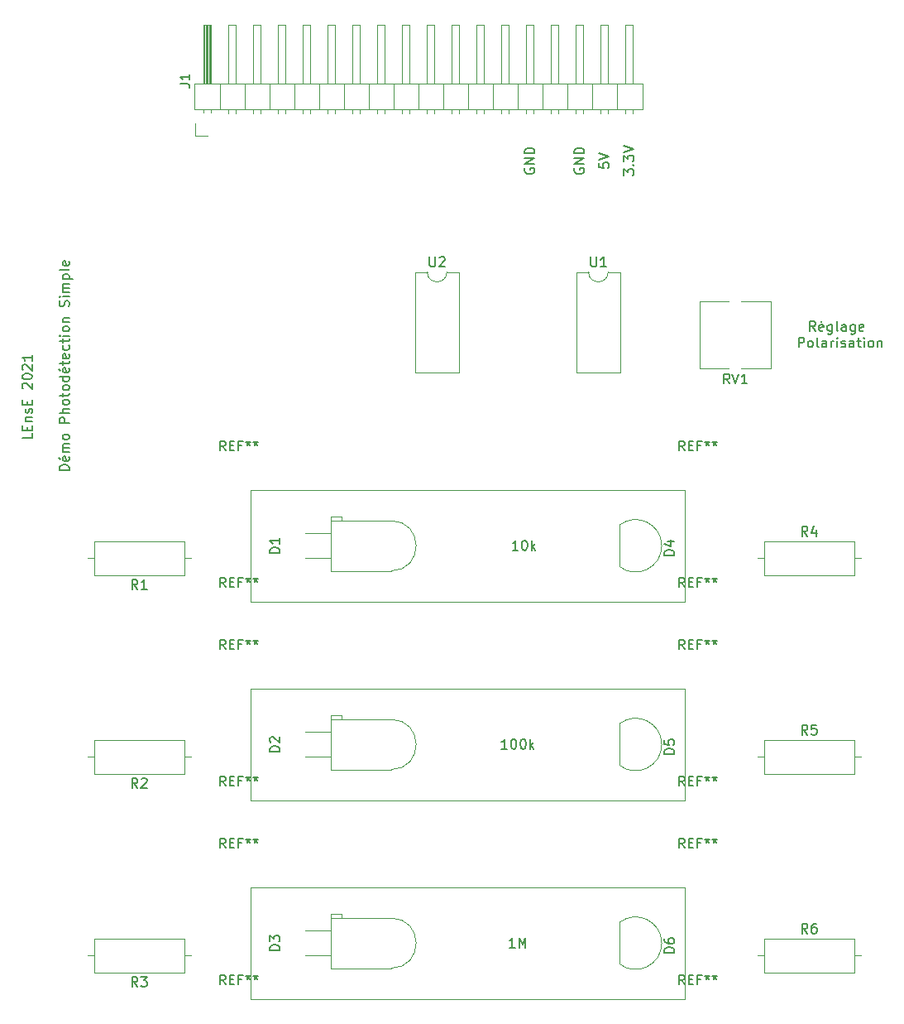
<source format=gbr>
%TF.GenerationSoftware,KiCad,Pcbnew,(5.1.6)-1*%
%TF.CreationDate,2021-03-26T11:01:25+01:00*%
%TF.ProjectId,carte_PhotodectionSimple,63617274-655f-4506-986f-746f64656374,rev?*%
%TF.SameCoordinates,Original*%
%TF.FileFunction,Legend,Top*%
%TF.FilePolarity,Positive*%
%FSLAX46Y46*%
G04 Gerber Fmt 4.6, Leading zero omitted, Abs format (unit mm)*
G04 Created by KiCad (PCBNEW (5.1.6)-1) date 2021-03-26 11:01:25*
%MOMM*%
%LPD*%
G01*
G04 APERTURE LIST*
%ADD10C,0.150000*%
%ADD11C,0.120000*%
G04 APERTURE END LIST*
D10*
X246372380Y-67572380D02*
X246039047Y-67096190D01*
X245800952Y-67572380D02*
X245800952Y-66572380D01*
X246181904Y-66572380D01*
X246277142Y-66620000D01*
X246324761Y-66667619D01*
X246372380Y-66762857D01*
X246372380Y-66905714D01*
X246324761Y-67000952D01*
X246277142Y-67048571D01*
X246181904Y-67096190D01*
X245800952Y-67096190D01*
X247181904Y-67524761D02*
X247086666Y-67572380D01*
X246896190Y-67572380D01*
X246800952Y-67524761D01*
X246753333Y-67429523D01*
X246753333Y-67048571D01*
X246800952Y-66953333D01*
X246896190Y-66905714D01*
X247086666Y-66905714D01*
X247181904Y-66953333D01*
X247229523Y-67048571D01*
X247229523Y-67143809D01*
X246753333Y-67239047D01*
X247086666Y-66524761D02*
X246943809Y-66667619D01*
X248086666Y-66905714D02*
X248086666Y-67715238D01*
X248039047Y-67810476D01*
X247991428Y-67858095D01*
X247896190Y-67905714D01*
X247753333Y-67905714D01*
X247658095Y-67858095D01*
X248086666Y-67524761D02*
X247991428Y-67572380D01*
X247800952Y-67572380D01*
X247705714Y-67524761D01*
X247658095Y-67477142D01*
X247610476Y-67381904D01*
X247610476Y-67096190D01*
X247658095Y-67000952D01*
X247705714Y-66953333D01*
X247800952Y-66905714D01*
X247991428Y-66905714D01*
X248086666Y-66953333D01*
X248705714Y-67572380D02*
X248610476Y-67524761D01*
X248562857Y-67429523D01*
X248562857Y-66572380D01*
X249515238Y-67572380D02*
X249515238Y-67048571D01*
X249467619Y-66953333D01*
X249372380Y-66905714D01*
X249181904Y-66905714D01*
X249086666Y-66953333D01*
X249515238Y-67524761D02*
X249420000Y-67572380D01*
X249181904Y-67572380D01*
X249086666Y-67524761D01*
X249039047Y-67429523D01*
X249039047Y-67334285D01*
X249086666Y-67239047D01*
X249181904Y-67191428D01*
X249420000Y-67191428D01*
X249515238Y-67143809D01*
X250420000Y-66905714D02*
X250420000Y-67715238D01*
X250372380Y-67810476D01*
X250324761Y-67858095D01*
X250229523Y-67905714D01*
X250086666Y-67905714D01*
X249991428Y-67858095D01*
X250420000Y-67524761D02*
X250324761Y-67572380D01*
X250134285Y-67572380D01*
X250039047Y-67524761D01*
X249991428Y-67477142D01*
X249943809Y-67381904D01*
X249943809Y-67096190D01*
X249991428Y-67000952D01*
X250039047Y-66953333D01*
X250134285Y-66905714D01*
X250324761Y-66905714D01*
X250420000Y-66953333D01*
X251277142Y-67524761D02*
X251181904Y-67572380D01*
X250991428Y-67572380D01*
X250896190Y-67524761D01*
X250848571Y-67429523D01*
X250848571Y-67048571D01*
X250896190Y-66953333D01*
X250991428Y-66905714D01*
X251181904Y-66905714D01*
X251277142Y-66953333D01*
X251324761Y-67048571D01*
X251324761Y-67143809D01*
X250848571Y-67239047D01*
X244658095Y-69222380D02*
X244658095Y-68222380D01*
X245039047Y-68222380D01*
X245134285Y-68270000D01*
X245181904Y-68317619D01*
X245229523Y-68412857D01*
X245229523Y-68555714D01*
X245181904Y-68650952D01*
X245134285Y-68698571D01*
X245039047Y-68746190D01*
X244658095Y-68746190D01*
X245800952Y-69222380D02*
X245705714Y-69174761D01*
X245658095Y-69127142D01*
X245610476Y-69031904D01*
X245610476Y-68746190D01*
X245658095Y-68650952D01*
X245705714Y-68603333D01*
X245800952Y-68555714D01*
X245943809Y-68555714D01*
X246039047Y-68603333D01*
X246086666Y-68650952D01*
X246134285Y-68746190D01*
X246134285Y-69031904D01*
X246086666Y-69127142D01*
X246039047Y-69174761D01*
X245943809Y-69222380D01*
X245800952Y-69222380D01*
X246705714Y-69222380D02*
X246610476Y-69174761D01*
X246562857Y-69079523D01*
X246562857Y-68222380D01*
X247515238Y-69222380D02*
X247515238Y-68698571D01*
X247467619Y-68603333D01*
X247372380Y-68555714D01*
X247181904Y-68555714D01*
X247086666Y-68603333D01*
X247515238Y-69174761D02*
X247420000Y-69222380D01*
X247181904Y-69222380D01*
X247086666Y-69174761D01*
X247039047Y-69079523D01*
X247039047Y-68984285D01*
X247086666Y-68889047D01*
X247181904Y-68841428D01*
X247420000Y-68841428D01*
X247515238Y-68793809D01*
X247991428Y-69222380D02*
X247991428Y-68555714D01*
X247991428Y-68746190D02*
X248039047Y-68650952D01*
X248086666Y-68603333D01*
X248181904Y-68555714D01*
X248277142Y-68555714D01*
X248610476Y-69222380D02*
X248610476Y-68555714D01*
X248610476Y-68222380D02*
X248562857Y-68270000D01*
X248610476Y-68317619D01*
X248658095Y-68270000D01*
X248610476Y-68222380D01*
X248610476Y-68317619D01*
X249039047Y-69174761D02*
X249134285Y-69222380D01*
X249324761Y-69222380D01*
X249420000Y-69174761D01*
X249467619Y-69079523D01*
X249467619Y-69031904D01*
X249420000Y-68936666D01*
X249324761Y-68889047D01*
X249181904Y-68889047D01*
X249086666Y-68841428D01*
X249039047Y-68746190D01*
X249039047Y-68698571D01*
X249086666Y-68603333D01*
X249181904Y-68555714D01*
X249324761Y-68555714D01*
X249420000Y-68603333D01*
X250324761Y-69222380D02*
X250324761Y-68698571D01*
X250277142Y-68603333D01*
X250181904Y-68555714D01*
X249991428Y-68555714D01*
X249896190Y-68603333D01*
X250324761Y-69174761D02*
X250229523Y-69222380D01*
X249991428Y-69222380D01*
X249896190Y-69174761D01*
X249848571Y-69079523D01*
X249848571Y-68984285D01*
X249896190Y-68889047D01*
X249991428Y-68841428D01*
X250229523Y-68841428D01*
X250324761Y-68793809D01*
X250658095Y-68555714D02*
X251039047Y-68555714D01*
X250800952Y-68222380D02*
X250800952Y-69079523D01*
X250848571Y-69174761D01*
X250943809Y-69222380D01*
X251039047Y-69222380D01*
X251372380Y-69222380D02*
X251372380Y-68555714D01*
X251372380Y-68222380D02*
X251324761Y-68270000D01*
X251372380Y-68317619D01*
X251420000Y-68270000D01*
X251372380Y-68222380D01*
X251372380Y-68317619D01*
X251991428Y-69222380D02*
X251896190Y-69174761D01*
X251848571Y-69127142D01*
X251800952Y-69031904D01*
X251800952Y-68746190D01*
X251848571Y-68650952D01*
X251896190Y-68603333D01*
X251991428Y-68555714D01*
X252134285Y-68555714D01*
X252229523Y-68603333D01*
X252277142Y-68650952D01*
X252324761Y-68746190D01*
X252324761Y-69031904D01*
X252277142Y-69127142D01*
X252229523Y-69174761D01*
X252134285Y-69222380D01*
X251991428Y-69222380D01*
X252753333Y-68555714D02*
X252753333Y-69222380D01*
X252753333Y-68650952D02*
X252800952Y-68603333D01*
X252896190Y-68555714D01*
X253039047Y-68555714D01*
X253134285Y-68603333D01*
X253181904Y-68698571D01*
X253181904Y-69222380D01*
X169997380Y-81810476D02*
X168997380Y-81810476D01*
X168997380Y-81572380D01*
X169045000Y-81429523D01*
X169140238Y-81334285D01*
X169235476Y-81286666D01*
X169425952Y-81239047D01*
X169568809Y-81239047D01*
X169759285Y-81286666D01*
X169854523Y-81334285D01*
X169949761Y-81429523D01*
X169997380Y-81572380D01*
X169997380Y-81810476D01*
X169949761Y-80429523D02*
X169997380Y-80524761D01*
X169997380Y-80715238D01*
X169949761Y-80810476D01*
X169854523Y-80858095D01*
X169473571Y-80858095D01*
X169378333Y-80810476D01*
X169330714Y-80715238D01*
X169330714Y-80524761D01*
X169378333Y-80429523D01*
X169473571Y-80381904D01*
X169568809Y-80381904D01*
X169664047Y-80858095D01*
X168949761Y-80524761D02*
X169092619Y-80667619D01*
X169997380Y-79953333D02*
X169330714Y-79953333D01*
X169425952Y-79953333D02*
X169378333Y-79905714D01*
X169330714Y-79810476D01*
X169330714Y-79667619D01*
X169378333Y-79572380D01*
X169473571Y-79524761D01*
X169997380Y-79524761D01*
X169473571Y-79524761D02*
X169378333Y-79477142D01*
X169330714Y-79381904D01*
X169330714Y-79239047D01*
X169378333Y-79143809D01*
X169473571Y-79096190D01*
X169997380Y-79096190D01*
X169997380Y-78477142D02*
X169949761Y-78572380D01*
X169902142Y-78620000D01*
X169806904Y-78667619D01*
X169521190Y-78667619D01*
X169425952Y-78620000D01*
X169378333Y-78572380D01*
X169330714Y-78477142D01*
X169330714Y-78334285D01*
X169378333Y-78239047D01*
X169425952Y-78191428D01*
X169521190Y-78143809D01*
X169806904Y-78143809D01*
X169902142Y-78191428D01*
X169949761Y-78239047D01*
X169997380Y-78334285D01*
X169997380Y-78477142D01*
X169997380Y-76953333D02*
X168997380Y-76953333D01*
X168997380Y-76572380D01*
X169045000Y-76477142D01*
X169092619Y-76429523D01*
X169187857Y-76381904D01*
X169330714Y-76381904D01*
X169425952Y-76429523D01*
X169473571Y-76477142D01*
X169521190Y-76572380D01*
X169521190Y-76953333D01*
X169997380Y-75953333D02*
X168997380Y-75953333D01*
X169997380Y-75524761D02*
X169473571Y-75524761D01*
X169378333Y-75572380D01*
X169330714Y-75667619D01*
X169330714Y-75810476D01*
X169378333Y-75905714D01*
X169425952Y-75953333D01*
X169997380Y-74905714D02*
X169949761Y-75000952D01*
X169902142Y-75048571D01*
X169806904Y-75096190D01*
X169521190Y-75096190D01*
X169425952Y-75048571D01*
X169378333Y-75000952D01*
X169330714Y-74905714D01*
X169330714Y-74762857D01*
X169378333Y-74667619D01*
X169425952Y-74620000D01*
X169521190Y-74572380D01*
X169806904Y-74572380D01*
X169902142Y-74620000D01*
X169949761Y-74667619D01*
X169997380Y-74762857D01*
X169997380Y-74905714D01*
X169330714Y-74286666D02*
X169330714Y-73905714D01*
X168997380Y-74143809D02*
X169854523Y-74143809D01*
X169949761Y-74096190D01*
X169997380Y-74000952D01*
X169997380Y-73905714D01*
X169997380Y-73429523D02*
X169949761Y-73524761D01*
X169902142Y-73572380D01*
X169806904Y-73620000D01*
X169521190Y-73620000D01*
X169425952Y-73572380D01*
X169378333Y-73524761D01*
X169330714Y-73429523D01*
X169330714Y-73286666D01*
X169378333Y-73191428D01*
X169425952Y-73143809D01*
X169521190Y-73096190D01*
X169806904Y-73096190D01*
X169902142Y-73143809D01*
X169949761Y-73191428D01*
X169997380Y-73286666D01*
X169997380Y-73429523D01*
X169997380Y-72239047D02*
X168997380Y-72239047D01*
X169949761Y-72239047D02*
X169997380Y-72334285D01*
X169997380Y-72524761D01*
X169949761Y-72620000D01*
X169902142Y-72667619D01*
X169806904Y-72715238D01*
X169521190Y-72715238D01*
X169425952Y-72667619D01*
X169378333Y-72620000D01*
X169330714Y-72524761D01*
X169330714Y-72334285D01*
X169378333Y-72239047D01*
X169949761Y-71381904D02*
X169997380Y-71477142D01*
X169997380Y-71667619D01*
X169949761Y-71762857D01*
X169854523Y-71810476D01*
X169473571Y-71810476D01*
X169378333Y-71762857D01*
X169330714Y-71667619D01*
X169330714Y-71477142D01*
X169378333Y-71381904D01*
X169473571Y-71334285D01*
X169568809Y-71334285D01*
X169664047Y-71810476D01*
X168949761Y-71477142D02*
X169092619Y-71620000D01*
X169330714Y-71048571D02*
X169330714Y-70667619D01*
X168997380Y-70905714D02*
X169854523Y-70905714D01*
X169949761Y-70858095D01*
X169997380Y-70762857D01*
X169997380Y-70667619D01*
X169949761Y-69953333D02*
X169997380Y-70048571D01*
X169997380Y-70239047D01*
X169949761Y-70334285D01*
X169854523Y-70381904D01*
X169473571Y-70381904D01*
X169378333Y-70334285D01*
X169330714Y-70239047D01*
X169330714Y-70048571D01*
X169378333Y-69953333D01*
X169473571Y-69905714D01*
X169568809Y-69905714D01*
X169664047Y-70381904D01*
X169949761Y-69048571D02*
X169997380Y-69143809D01*
X169997380Y-69334285D01*
X169949761Y-69429523D01*
X169902142Y-69477142D01*
X169806904Y-69524761D01*
X169521190Y-69524761D01*
X169425952Y-69477142D01*
X169378333Y-69429523D01*
X169330714Y-69334285D01*
X169330714Y-69143809D01*
X169378333Y-69048571D01*
X169330714Y-68762857D02*
X169330714Y-68381904D01*
X168997380Y-68620000D02*
X169854523Y-68620000D01*
X169949761Y-68572380D01*
X169997380Y-68477142D01*
X169997380Y-68381904D01*
X169997380Y-68048571D02*
X169330714Y-68048571D01*
X168997380Y-68048571D02*
X169045000Y-68096190D01*
X169092619Y-68048571D01*
X169045000Y-68000952D01*
X168997380Y-68048571D01*
X169092619Y-68048571D01*
X169997380Y-67429523D02*
X169949761Y-67524761D01*
X169902142Y-67572380D01*
X169806904Y-67620000D01*
X169521190Y-67620000D01*
X169425952Y-67572380D01*
X169378333Y-67524761D01*
X169330714Y-67429523D01*
X169330714Y-67286666D01*
X169378333Y-67191428D01*
X169425952Y-67143809D01*
X169521190Y-67096190D01*
X169806904Y-67096190D01*
X169902142Y-67143809D01*
X169949761Y-67191428D01*
X169997380Y-67286666D01*
X169997380Y-67429523D01*
X169330714Y-66667619D02*
X169997380Y-66667619D01*
X169425952Y-66667619D02*
X169378333Y-66620000D01*
X169330714Y-66524761D01*
X169330714Y-66381904D01*
X169378333Y-66286666D01*
X169473571Y-66239047D01*
X169997380Y-66239047D01*
X169949761Y-65048571D02*
X169997380Y-64905714D01*
X169997380Y-64667619D01*
X169949761Y-64572380D01*
X169902142Y-64524761D01*
X169806904Y-64477142D01*
X169711666Y-64477142D01*
X169616428Y-64524761D01*
X169568809Y-64572380D01*
X169521190Y-64667619D01*
X169473571Y-64858095D01*
X169425952Y-64953333D01*
X169378333Y-65000952D01*
X169283095Y-65048571D01*
X169187857Y-65048571D01*
X169092619Y-65000952D01*
X169045000Y-64953333D01*
X168997380Y-64858095D01*
X168997380Y-64620000D01*
X169045000Y-64477142D01*
X169997380Y-64048571D02*
X169330714Y-64048571D01*
X168997380Y-64048571D02*
X169045000Y-64096190D01*
X169092619Y-64048571D01*
X169045000Y-64000952D01*
X168997380Y-64048571D01*
X169092619Y-64048571D01*
X169997380Y-63572380D02*
X169330714Y-63572380D01*
X169425952Y-63572380D02*
X169378333Y-63524761D01*
X169330714Y-63429523D01*
X169330714Y-63286666D01*
X169378333Y-63191428D01*
X169473571Y-63143809D01*
X169997380Y-63143809D01*
X169473571Y-63143809D02*
X169378333Y-63096190D01*
X169330714Y-63000952D01*
X169330714Y-62858095D01*
X169378333Y-62762857D01*
X169473571Y-62715238D01*
X169997380Y-62715238D01*
X169330714Y-62239047D02*
X170330714Y-62239047D01*
X169378333Y-62239047D02*
X169330714Y-62143809D01*
X169330714Y-61953333D01*
X169378333Y-61858095D01*
X169425952Y-61810476D01*
X169521190Y-61762857D01*
X169806904Y-61762857D01*
X169902142Y-61810476D01*
X169949761Y-61858095D01*
X169997380Y-61953333D01*
X169997380Y-62143809D01*
X169949761Y-62239047D01*
X169997380Y-61191428D02*
X169949761Y-61286666D01*
X169854523Y-61334285D01*
X168997380Y-61334285D01*
X169949761Y-60429523D02*
X169997380Y-60524761D01*
X169997380Y-60715238D01*
X169949761Y-60810476D01*
X169854523Y-60858095D01*
X169473571Y-60858095D01*
X169378333Y-60810476D01*
X169330714Y-60715238D01*
X169330714Y-60524761D01*
X169378333Y-60429523D01*
X169473571Y-60381904D01*
X169568809Y-60381904D01*
X169664047Y-60858095D01*
X166187380Y-78033095D02*
X166187380Y-78509285D01*
X165187380Y-78509285D01*
X165663571Y-77699761D02*
X165663571Y-77366428D01*
X166187380Y-77223571D02*
X166187380Y-77699761D01*
X165187380Y-77699761D01*
X165187380Y-77223571D01*
X165520714Y-76795000D02*
X166187380Y-76795000D01*
X165615952Y-76795000D02*
X165568333Y-76747380D01*
X165520714Y-76652142D01*
X165520714Y-76509285D01*
X165568333Y-76414047D01*
X165663571Y-76366428D01*
X166187380Y-76366428D01*
X166139761Y-75937857D02*
X166187380Y-75842619D01*
X166187380Y-75652142D01*
X166139761Y-75556904D01*
X166044523Y-75509285D01*
X165996904Y-75509285D01*
X165901666Y-75556904D01*
X165854047Y-75652142D01*
X165854047Y-75795000D01*
X165806428Y-75890238D01*
X165711190Y-75937857D01*
X165663571Y-75937857D01*
X165568333Y-75890238D01*
X165520714Y-75795000D01*
X165520714Y-75652142D01*
X165568333Y-75556904D01*
X165663571Y-75080714D02*
X165663571Y-74747380D01*
X166187380Y-74604523D02*
X166187380Y-75080714D01*
X165187380Y-75080714D01*
X165187380Y-74604523D01*
X165282619Y-73461666D02*
X165235000Y-73414047D01*
X165187380Y-73318809D01*
X165187380Y-73080714D01*
X165235000Y-72985476D01*
X165282619Y-72937857D01*
X165377857Y-72890238D01*
X165473095Y-72890238D01*
X165615952Y-72937857D01*
X166187380Y-73509285D01*
X166187380Y-72890238D01*
X165187380Y-72271190D02*
X165187380Y-72175952D01*
X165235000Y-72080714D01*
X165282619Y-72033095D01*
X165377857Y-71985476D01*
X165568333Y-71937857D01*
X165806428Y-71937857D01*
X165996904Y-71985476D01*
X166092142Y-72033095D01*
X166139761Y-72080714D01*
X166187380Y-72175952D01*
X166187380Y-72271190D01*
X166139761Y-72366428D01*
X166092142Y-72414047D01*
X165996904Y-72461666D01*
X165806428Y-72509285D01*
X165568333Y-72509285D01*
X165377857Y-72461666D01*
X165282619Y-72414047D01*
X165235000Y-72366428D01*
X165187380Y-72271190D01*
X165282619Y-71556904D02*
X165235000Y-71509285D01*
X165187380Y-71414047D01*
X165187380Y-71175952D01*
X165235000Y-71080714D01*
X165282619Y-71033095D01*
X165377857Y-70985476D01*
X165473095Y-70985476D01*
X165615952Y-71033095D01*
X166187380Y-71604523D01*
X166187380Y-70985476D01*
X166187380Y-70033095D02*
X166187380Y-70604523D01*
X166187380Y-70318809D02*
X165187380Y-70318809D01*
X165330238Y-70414047D01*
X165425476Y-70509285D01*
X165473095Y-70604523D01*
X215614285Y-130627380D02*
X215042857Y-130627380D01*
X215328571Y-130627380D02*
X215328571Y-129627380D01*
X215233333Y-129770238D01*
X215138095Y-129865476D01*
X215042857Y-129913095D01*
X216042857Y-130627380D02*
X216042857Y-129627380D01*
X216376190Y-130341666D01*
X216709523Y-129627380D01*
X216709523Y-130627380D01*
X214828571Y-110307380D02*
X214257142Y-110307380D01*
X214542857Y-110307380D02*
X214542857Y-109307380D01*
X214447619Y-109450238D01*
X214352380Y-109545476D01*
X214257142Y-109593095D01*
X215447619Y-109307380D02*
X215542857Y-109307380D01*
X215638095Y-109355000D01*
X215685714Y-109402619D01*
X215733333Y-109497857D01*
X215780952Y-109688333D01*
X215780952Y-109926428D01*
X215733333Y-110116904D01*
X215685714Y-110212142D01*
X215638095Y-110259761D01*
X215542857Y-110307380D01*
X215447619Y-110307380D01*
X215352380Y-110259761D01*
X215304761Y-110212142D01*
X215257142Y-110116904D01*
X215209523Y-109926428D01*
X215209523Y-109688333D01*
X215257142Y-109497857D01*
X215304761Y-109402619D01*
X215352380Y-109355000D01*
X215447619Y-109307380D01*
X216400000Y-109307380D02*
X216495238Y-109307380D01*
X216590476Y-109355000D01*
X216638095Y-109402619D01*
X216685714Y-109497857D01*
X216733333Y-109688333D01*
X216733333Y-109926428D01*
X216685714Y-110116904D01*
X216638095Y-110212142D01*
X216590476Y-110259761D01*
X216495238Y-110307380D01*
X216400000Y-110307380D01*
X216304761Y-110259761D01*
X216257142Y-110212142D01*
X216209523Y-110116904D01*
X216161904Y-109926428D01*
X216161904Y-109688333D01*
X216209523Y-109497857D01*
X216257142Y-109402619D01*
X216304761Y-109355000D01*
X216400000Y-109307380D01*
X217161904Y-110307380D02*
X217161904Y-109307380D01*
X217257142Y-109926428D02*
X217542857Y-110307380D01*
X217542857Y-109640714D02*
X217161904Y-110021666D01*
X215939761Y-89987380D02*
X215368333Y-89987380D01*
X215654047Y-89987380D02*
X215654047Y-88987380D01*
X215558809Y-89130238D01*
X215463571Y-89225476D01*
X215368333Y-89273095D01*
X216558809Y-88987380D02*
X216654047Y-88987380D01*
X216749285Y-89035000D01*
X216796904Y-89082619D01*
X216844523Y-89177857D01*
X216892142Y-89368333D01*
X216892142Y-89606428D01*
X216844523Y-89796904D01*
X216796904Y-89892142D01*
X216749285Y-89939761D01*
X216654047Y-89987380D01*
X216558809Y-89987380D01*
X216463571Y-89939761D01*
X216415952Y-89892142D01*
X216368333Y-89796904D01*
X216320714Y-89606428D01*
X216320714Y-89368333D01*
X216368333Y-89177857D01*
X216415952Y-89082619D01*
X216463571Y-89035000D01*
X216558809Y-88987380D01*
X217320714Y-89987380D02*
X217320714Y-88987380D01*
X217415952Y-89606428D02*
X217701666Y-89987380D01*
X217701666Y-89320714D02*
X217320714Y-89701666D01*
X221750000Y-50926904D02*
X221702380Y-51022142D01*
X221702380Y-51165000D01*
X221750000Y-51307857D01*
X221845238Y-51403095D01*
X221940476Y-51450714D01*
X222130952Y-51498333D01*
X222273809Y-51498333D01*
X222464285Y-51450714D01*
X222559523Y-51403095D01*
X222654761Y-51307857D01*
X222702380Y-51165000D01*
X222702380Y-51069761D01*
X222654761Y-50926904D01*
X222607142Y-50879285D01*
X222273809Y-50879285D01*
X222273809Y-51069761D01*
X222702380Y-50450714D02*
X221702380Y-50450714D01*
X222702380Y-49879285D01*
X221702380Y-49879285D01*
X222702380Y-49403095D02*
X221702380Y-49403095D01*
X221702380Y-49165000D01*
X221750000Y-49022142D01*
X221845238Y-48926904D01*
X221940476Y-48879285D01*
X222130952Y-48831666D01*
X222273809Y-48831666D01*
X222464285Y-48879285D01*
X222559523Y-48926904D01*
X222654761Y-49022142D01*
X222702380Y-49165000D01*
X222702380Y-49403095D01*
X216670000Y-50926904D02*
X216622380Y-51022142D01*
X216622380Y-51165000D01*
X216670000Y-51307857D01*
X216765238Y-51403095D01*
X216860476Y-51450714D01*
X217050952Y-51498333D01*
X217193809Y-51498333D01*
X217384285Y-51450714D01*
X217479523Y-51403095D01*
X217574761Y-51307857D01*
X217622380Y-51165000D01*
X217622380Y-51069761D01*
X217574761Y-50926904D01*
X217527142Y-50879285D01*
X217193809Y-50879285D01*
X217193809Y-51069761D01*
X217622380Y-50450714D02*
X216622380Y-50450714D01*
X217622380Y-49879285D01*
X216622380Y-49879285D01*
X217622380Y-49403095D02*
X216622380Y-49403095D01*
X216622380Y-49165000D01*
X216670000Y-49022142D01*
X216765238Y-48926904D01*
X216860476Y-48879285D01*
X217050952Y-48831666D01*
X217193809Y-48831666D01*
X217384285Y-48879285D01*
X217479523Y-48926904D01*
X217574761Y-49022142D01*
X217622380Y-49165000D01*
X217622380Y-49403095D01*
X224242380Y-50355476D02*
X224242380Y-50831666D01*
X224718571Y-50879285D01*
X224670952Y-50831666D01*
X224623333Y-50736428D01*
X224623333Y-50498333D01*
X224670952Y-50403095D01*
X224718571Y-50355476D01*
X224813809Y-50307857D01*
X225051904Y-50307857D01*
X225147142Y-50355476D01*
X225194761Y-50403095D01*
X225242380Y-50498333D01*
X225242380Y-50736428D01*
X225194761Y-50831666D01*
X225147142Y-50879285D01*
X224242380Y-50022142D02*
X225242380Y-49688809D01*
X224242380Y-49355476D01*
X226782380Y-51641190D02*
X226782380Y-51022142D01*
X227163333Y-51355476D01*
X227163333Y-51212619D01*
X227210952Y-51117380D01*
X227258571Y-51069761D01*
X227353809Y-51022142D01*
X227591904Y-51022142D01*
X227687142Y-51069761D01*
X227734761Y-51117380D01*
X227782380Y-51212619D01*
X227782380Y-51498333D01*
X227734761Y-51593571D01*
X227687142Y-51641190D01*
X227687142Y-50593571D02*
X227734761Y-50545952D01*
X227782380Y-50593571D01*
X227734761Y-50641190D01*
X227687142Y-50593571D01*
X227782380Y-50593571D01*
X226782380Y-50212619D02*
X226782380Y-49593571D01*
X227163333Y-49926904D01*
X227163333Y-49784047D01*
X227210952Y-49688809D01*
X227258571Y-49641190D01*
X227353809Y-49593571D01*
X227591904Y-49593571D01*
X227687142Y-49641190D01*
X227734761Y-49688809D01*
X227782380Y-49784047D01*
X227782380Y-50069761D01*
X227734761Y-50165000D01*
X227687142Y-50212619D01*
X226782380Y-49307857D02*
X227782380Y-48974523D01*
X226782380Y-48641190D01*
D11*
X233045000Y-95250000D02*
X233045000Y-83820000D01*
X233045000Y-83820000D02*
X188595000Y-83820000D01*
X188595000Y-83820000D02*
X188595000Y-95250000D01*
X188595000Y-95250000D02*
X233045000Y-95250000D01*
X233045000Y-135890000D02*
X233045000Y-124460000D01*
X233045000Y-124460000D02*
X188595000Y-124460000D01*
X188595000Y-124460000D02*
X188595000Y-135890000D01*
X188595000Y-135890000D02*
X233045000Y-135890000D01*
X233045000Y-104140000D02*
X188595000Y-104140000D01*
X233045000Y-115570000D02*
X233045000Y-104140000D01*
X188595000Y-115570000D02*
X233045000Y-115570000D01*
X188595000Y-104140000D02*
X188595000Y-115570000D01*
%TO.C,J1*%
X182820000Y-44915000D02*
X228660000Y-44915000D01*
X228660000Y-44915000D02*
X228660000Y-42255000D01*
X228660000Y-42255000D02*
X182820000Y-42255000D01*
X182820000Y-42255000D02*
X182820000Y-44915000D01*
X183770000Y-42255000D02*
X183770000Y-36255000D01*
X183770000Y-36255000D02*
X184530000Y-36255000D01*
X184530000Y-36255000D02*
X184530000Y-42255000D01*
X183830000Y-42255000D02*
X183830000Y-36255000D01*
X183950000Y-42255000D02*
X183950000Y-36255000D01*
X184070000Y-42255000D02*
X184070000Y-36255000D01*
X184190000Y-42255000D02*
X184190000Y-36255000D01*
X184310000Y-42255000D02*
X184310000Y-36255000D01*
X184430000Y-42255000D02*
X184430000Y-36255000D01*
X183770000Y-45245000D02*
X183770000Y-44915000D01*
X184530000Y-45245000D02*
X184530000Y-44915000D01*
X185420000Y-44915000D02*
X185420000Y-42255000D01*
X186310000Y-42255000D02*
X186310000Y-36255000D01*
X186310000Y-36255000D02*
X187070000Y-36255000D01*
X187070000Y-36255000D02*
X187070000Y-42255000D01*
X186310000Y-45312071D02*
X186310000Y-44915000D01*
X187070000Y-45312071D02*
X187070000Y-44915000D01*
X187960000Y-44915000D02*
X187960000Y-42255000D01*
X188850000Y-42255000D02*
X188850000Y-36255000D01*
X188850000Y-36255000D02*
X189610000Y-36255000D01*
X189610000Y-36255000D02*
X189610000Y-42255000D01*
X188850000Y-45312071D02*
X188850000Y-44915000D01*
X189610000Y-45312071D02*
X189610000Y-44915000D01*
X190500000Y-44915000D02*
X190500000Y-42255000D01*
X191390000Y-42255000D02*
X191390000Y-36255000D01*
X191390000Y-36255000D02*
X192150000Y-36255000D01*
X192150000Y-36255000D02*
X192150000Y-42255000D01*
X191390000Y-45312071D02*
X191390000Y-44915000D01*
X192150000Y-45312071D02*
X192150000Y-44915000D01*
X193040000Y-44915000D02*
X193040000Y-42255000D01*
X193930000Y-42255000D02*
X193930000Y-36255000D01*
X193930000Y-36255000D02*
X194690000Y-36255000D01*
X194690000Y-36255000D02*
X194690000Y-42255000D01*
X193930000Y-45312071D02*
X193930000Y-44915000D01*
X194690000Y-45312071D02*
X194690000Y-44915000D01*
X195580000Y-44915000D02*
X195580000Y-42255000D01*
X196470000Y-42255000D02*
X196470000Y-36255000D01*
X196470000Y-36255000D02*
X197230000Y-36255000D01*
X197230000Y-36255000D02*
X197230000Y-42255000D01*
X196470000Y-45312071D02*
X196470000Y-44915000D01*
X197230000Y-45312071D02*
X197230000Y-44915000D01*
X198120000Y-44915000D02*
X198120000Y-42255000D01*
X199010000Y-42255000D02*
X199010000Y-36255000D01*
X199010000Y-36255000D02*
X199770000Y-36255000D01*
X199770000Y-36255000D02*
X199770000Y-42255000D01*
X199010000Y-45312071D02*
X199010000Y-44915000D01*
X199770000Y-45312071D02*
X199770000Y-44915000D01*
X200660000Y-44915000D02*
X200660000Y-42255000D01*
X201550000Y-42255000D02*
X201550000Y-36255000D01*
X201550000Y-36255000D02*
X202310000Y-36255000D01*
X202310000Y-36255000D02*
X202310000Y-42255000D01*
X201550000Y-45312071D02*
X201550000Y-44915000D01*
X202310000Y-45312071D02*
X202310000Y-44915000D01*
X203200000Y-44915000D02*
X203200000Y-42255000D01*
X204090000Y-42255000D02*
X204090000Y-36255000D01*
X204090000Y-36255000D02*
X204850000Y-36255000D01*
X204850000Y-36255000D02*
X204850000Y-42255000D01*
X204090000Y-45312071D02*
X204090000Y-44915000D01*
X204850000Y-45312071D02*
X204850000Y-44915000D01*
X205740000Y-44915000D02*
X205740000Y-42255000D01*
X206630000Y-42255000D02*
X206630000Y-36255000D01*
X206630000Y-36255000D02*
X207390000Y-36255000D01*
X207390000Y-36255000D02*
X207390000Y-42255000D01*
X206630000Y-45312071D02*
X206630000Y-44915000D01*
X207390000Y-45312071D02*
X207390000Y-44915000D01*
X208280000Y-44915000D02*
X208280000Y-42255000D01*
X209170000Y-42255000D02*
X209170000Y-36255000D01*
X209170000Y-36255000D02*
X209930000Y-36255000D01*
X209930000Y-36255000D02*
X209930000Y-42255000D01*
X209170000Y-45312071D02*
X209170000Y-44915000D01*
X209930000Y-45312071D02*
X209930000Y-44915000D01*
X210820000Y-44915000D02*
X210820000Y-42255000D01*
X211710000Y-42255000D02*
X211710000Y-36255000D01*
X211710000Y-36255000D02*
X212470000Y-36255000D01*
X212470000Y-36255000D02*
X212470000Y-42255000D01*
X211710000Y-45312071D02*
X211710000Y-44915000D01*
X212470000Y-45312071D02*
X212470000Y-44915000D01*
X213360000Y-44915000D02*
X213360000Y-42255000D01*
X214250000Y-42255000D02*
X214250000Y-36255000D01*
X214250000Y-36255000D02*
X215010000Y-36255000D01*
X215010000Y-36255000D02*
X215010000Y-42255000D01*
X214250000Y-45312071D02*
X214250000Y-44915000D01*
X215010000Y-45312071D02*
X215010000Y-44915000D01*
X215900000Y-44915000D02*
X215900000Y-42255000D01*
X216790000Y-42255000D02*
X216790000Y-36255000D01*
X216790000Y-36255000D02*
X217550000Y-36255000D01*
X217550000Y-36255000D02*
X217550000Y-42255000D01*
X216790000Y-45312071D02*
X216790000Y-44915000D01*
X217550000Y-45312071D02*
X217550000Y-44915000D01*
X218440000Y-44915000D02*
X218440000Y-42255000D01*
X219330000Y-42255000D02*
X219330000Y-36255000D01*
X219330000Y-36255000D02*
X220090000Y-36255000D01*
X220090000Y-36255000D02*
X220090000Y-42255000D01*
X219330000Y-45312071D02*
X219330000Y-44915000D01*
X220090000Y-45312071D02*
X220090000Y-44915000D01*
X220980000Y-44915000D02*
X220980000Y-42255000D01*
X221870000Y-42255000D02*
X221870000Y-36255000D01*
X221870000Y-36255000D02*
X222630000Y-36255000D01*
X222630000Y-36255000D02*
X222630000Y-42255000D01*
X221870000Y-45312071D02*
X221870000Y-44915000D01*
X222630000Y-45312071D02*
X222630000Y-44915000D01*
X223520000Y-44915000D02*
X223520000Y-42255000D01*
X224410000Y-42255000D02*
X224410000Y-36255000D01*
X224410000Y-36255000D02*
X225170000Y-36255000D01*
X225170000Y-36255000D02*
X225170000Y-42255000D01*
X224410000Y-45312071D02*
X224410000Y-44915000D01*
X225170000Y-45312071D02*
X225170000Y-44915000D01*
X226060000Y-44915000D02*
X226060000Y-42255000D01*
X226950000Y-42255000D02*
X226950000Y-36255000D01*
X226950000Y-36255000D02*
X227710000Y-36255000D01*
X227710000Y-36255000D02*
X227710000Y-42255000D01*
X226950000Y-45312071D02*
X226950000Y-44915000D01*
X227710000Y-45312071D02*
X227710000Y-44915000D01*
X184150000Y-47625000D02*
X182880000Y-47625000D01*
X182880000Y-47625000D02*
X182880000Y-46355000D01*
%TO.C,D1*%
X196790000Y-92095000D02*
X202950000Y-92095000D01*
X196790000Y-86975000D02*
X202950000Y-86975000D01*
X196790000Y-92095000D02*
X196790000Y-86975000D01*
X196790000Y-86575000D02*
X197910000Y-86575000D01*
X197910000Y-86575000D02*
X197910000Y-86975000D01*
X197910000Y-86975000D02*
X196790000Y-86975000D01*
X196790000Y-86975000D02*
X196790000Y-86575000D01*
X194120000Y-90805000D02*
X196790000Y-90805000D01*
X196790000Y-90805000D02*
X196790000Y-90805000D01*
X196790000Y-90805000D02*
X194120000Y-90805000D01*
X194120000Y-90805000D02*
X194120000Y-90805000D01*
X194120000Y-88265000D02*
X196790000Y-88265000D01*
X196790000Y-88265000D02*
X196790000Y-88265000D01*
X196790000Y-88265000D02*
X194120000Y-88265000D01*
X194120000Y-88265000D02*
X194120000Y-88265000D01*
X202950000Y-86975000D02*
G75*
G02*
X202950000Y-92095000I0J-2560000D01*
G01*
%TO.C,D2*%
X194120000Y-108585000D02*
X194120000Y-108585000D01*
X196790000Y-108585000D02*
X194120000Y-108585000D01*
X196790000Y-108585000D02*
X196790000Y-108585000D01*
X194120000Y-108585000D02*
X196790000Y-108585000D01*
X194120000Y-111125000D02*
X194120000Y-111125000D01*
X196790000Y-111125000D02*
X194120000Y-111125000D01*
X196790000Y-111125000D02*
X196790000Y-111125000D01*
X194120000Y-111125000D02*
X196790000Y-111125000D01*
X196790000Y-107295000D02*
X196790000Y-106895000D01*
X197910000Y-107295000D02*
X196790000Y-107295000D01*
X197910000Y-106895000D02*
X197910000Y-107295000D01*
X196790000Y-106895000D02*
X197910000Y-106895000D01*
X196790000Y-112415000D02*
X196790000Y-107295000D01*
X196790000Y-107295000D02*
X202950000Y-107295000D01*
X196790000Y-112415000D02*
X202950000Y-112415000D01*
X202950000Y-107295000D02*
G75*
G02*
X202950000Y-112415000I0J-2560000D01*
G01*
%TO.C,D3*%
X196790000Y-132735000D02*
X202950000Y-132735000D01*
X196790000Y-127615000D02*
X202950000Y-127615000D01*
X196790000Y-132735000D02*
X196790000Y-127615000D01*
X196790000Y-127215000D02*
X197910000Y-127215000D01*
X197910000Y-127215000D02*
X197910000Y-127615000D01*
X197910000Y-127615000D02*
X196790000Y-127615000D01*
X196790000Y-127615000D02*
X196790000Y-127215000D01*
X194120000Y-131445000D02*
X196790000Y-131445000D01*
X196790000Y-131445000D02*
X196790000Y-131445000D01*
X196790000Y-131445000D02*
X194120000Y-131445000D01*
X194120000Y-131445000D02*
X194120000Y-131445000D01*
X194120000Y-128905000D02*
X196790000Y-128905000D01*
X196790000Y-128905000D02*
X196790000Y-128905000D01*
X196790000Y-128905000D02*
X194120000Y-128905000D01*
X194120000Y-128905000D02*
X194120000Y-128905000D01*
X202950000Y-127615000D02*
G75*
G02*
X202950000Y-132735000I0J-2560000D01*
G01*
%TO.C,D4*%
X226315000Y-87415000D02*
X226315000Y-91665000D01*
X226319837Y-91658756D02*
G75*
G03*
X226315000Y-87415000I1645163J2123756D01*
G01*
%TO.C,D5*%
X226315000Y-107735000D02*
X226315000Y-111985000D01*
X226319837Y-111978756D02*
G75*
G03*
X226315000Y-107735000I1645163J2123756D01*
G01*
%TO.C,D6*%
X226315000Y-128055000D02*
X226315000Y-132305000D01*
X226319837Y-132298756D02*
G75*
G03*
X226315000Y-128055000I1645163J2123756D01*
G01*
%TO.C,R1*%
X171855000Y-90805000D02*
X172545000Y-90805000D01*
X182475000Y-90805000D02*
X181785000Y-90805000D01*
X172545000Y-92525000D02*
X181785000Y-92525000D01*
X172545000Y-89085000D02*
X172545000Y-92525000D01*
X181785000Y-89085000D02*
X172545000Y-89085000D01*
X181785000Y-92525000D02*
X181785000Y-89085000D01*
%TO.C,R2*%
X171855000Y-111125000D02*
X172545000Y-111125000D01*
X182475000Y-111125000D02*
X181785000Y-111125000D01*
X172545000Y-112845000D02*
X181785000Y-112845000D01*
X172545000Y-109405000D02*
X172545000Y-112845000D01*
X181785000Y-109405000D02*
X172545000Y-109405000D01*
X181785000Y-112845000D02*
X181785000Y-109405000D01*
%TO.C,R3*%
X171855000Y-131445000D02*
X172545000Y-131445000D01*
X182475000Y-131445000D02*
X181785000Y-131445000D01*
X172545000Y-133165000D02*
X181785000Y-133165000D01*
X172545000Y-129725000D02*
X172545000Y-133165000D01*
X181785000Y-129725000D02*
X172545000Y-129725000D01*
X181785000Y-133165000D02*
X181785000Y-129725000D01*
%TO.C,R4*%
X241125000Y-89085000D02*
X241125000Y-92525000D01*
X241125000Y-92525000D02*
X250365000Y-92525000D01*
X250365000Y-92525000D02*
X250365000Y-89085000D01*
X250365000Y-89085000D02*
X241125000Y-89085000D01*
X240435000Y-90805000D02*
X241125000Y-90805000D01*
X251055000Y-90805000D02*
X250365000Y-90805000D01*
%TO.C,R5*%
X241125000Y-109405000D02*
X241125000Y-112845000D01*
X241125000Y-112845000D02*
X250365000Y-112845000D01*
X250365000Y-112845000D02*
X250365000Y-109405000D01*
X250365000Y-109405000D02*
X241125000Y-109405000D01*
X240435000Y-111125000D02*
X241125000Y-111125000D01*
X251055000Y-111125000D02*
X250365000Y-111125000D01*
%TO.C,R6*%
X241125000Y-129725000D02*
X241125000Y-133165000D01*
X241125000Y-133165000D02*
X250365000Y-133165000D01*
X250365000Y-133165000D02*
X250365000Y-129725000D01*
X250365000Y-129725000D02*
X241125000Y-129725000D01*
X240435000Y-131445000D02*
X241125000Y-131445000D01*
X251055000Y-131445000D02*
X250365000Y-131445000D01*
%TO.C,RV1*%
X241805000Y-71365000D02*
X238775000Y-71365000D01*
X237475000Y-71365000D02*
X234565000Y-71365000D01*
X241805000Y-64525000D02*
X238775000Y-64525000D01*
X237475000Y-64525000D02*
X234565000Y-64525000D01*
X241805000Y-71365000D02*
X241805000Y-64525000D01*
X234565000Y-71365000D02*
X234565000Y-64525000D01*
%TO.C,U1*%
X226405000Y-61535000D02*
X225155000Y-61535000D01*
X226405000Y-71815000D02*
X226405000Y-61535000D01*
X221905000Y-71815000D02*
X226405000Y-71815000D01*
X221905000Y-61535000D02*
X221905000Y-71815000D01*
X223155000Y-61535000D02*
X221905000Y-61535000D01*
X225155000Y-61535000D02*
G75*
G02*
X223155000Y-61535000I-1000000J0D01*
G01*
%TO.C,U2*%
X206645000Y-61535000D02*
X205395000Y-61535000D01*
X205395000Y-61535000D02*
X205395000Y-71815000D01*
X205395000Y-71815000D02*
X209895000Y-71815000D01*
X209895000Y-71815000D02*
X209895000Y-61535000D01*
X209895000Y-61535000D02*
X208645000Y-61535000D01*
X208645000Y-61535000D02*
G75*
G02*
X206645000Y-61535000I-1000000J0D01*
G01*
%TO.C,REF\u002A\u002A*%
D10*
X185991666Y-134412380D02*
X185658333Y-133936190D01*
X185420238Y-134412380D02*
X185420238Y-133412380D01*
X185801190Y-133412380D01*
X185896428Y-133460000D01*
X185944047Y-133507619D01*
X185991666Y-133602857D01*
X185991666Y-133745714D01*
X185944047Y-133840952D01*
X185896428Y-133888571D01*
X185801190Y-133936190D01*
X185420238Y-133936190D01*
X186420238Y-133888571D02*
X186753571Y-133888571D01*
X186896428Y-134412380D02*
X186420238Y-134412380D01*
X186420238Y-133412380D01*
X186896428Y-133412380D01*
X187658333Y-133888571D02*
X187325000Y-133888571D01*
X187325000Y-134412380D02*
X187325000Y-133412380D01*
X187801190Y-133412380D01*
X188325000Y-133412380D02*
X188325000Y-133650476D01*
X188086904Y-133555238D02*
X188325000Y-133650476D01*
X188563095Y-133555238D01*
X188182142Y-133840952D02*
X188325000Y-133650476D01*
X188467857Y-133840952D01*
X189086904Y-133412380D02*
X189086904Y-133650476D01*
X188848809Y-133555238D02*
X189086904Y-133650476D01*
X189325000Y-133555238D01*
X188944047Y-133840952D02*
X189086904Y-133650476D01*
X189229761Y-133840952D01*
X185991666Y-114092380D02*
X185658333Y-113616190D01*
X185420238Y-114092380D02*
X185420238Y-113092380D01*
X185801190Y-113092380D01*
X185896428Y-113140000D01*
X185944047Y-113187619D01*
X185991666Y-113282857D01*
X185991666Y-113425714D01*
X185944047Y-113520952D01*
X185896428Y-113568571D01*
X185801190Y-113616190D01*
X185420238Y-113616190D01*
X186420238Y-113568571D02*
X186753571Y-113568571D01*
X186896428Y-114092380D02*
X186420238Y-114092380D01*
X186420238Y-113092380D01*
X186896428Y-113092380D01*
X187658333Y-113568571D02*
X187325000Y-113568571D01*
X187325000Y-114092380D02*
X187325000Y-113092380D01*
X187801190Y-113092380D01*
X188325000Y-113092380D02*
X188325000Y-113330476D01*
X188086904Y-113235238D02*
X188325000Y-113330476D01*
X188563095Y-113235238D01*
X188182142Y-113520952D02*
X188325000Y-113330476D01*
X188467857Y-113520952D01*
X189086904Y-113092380D02*
X189086904Y-113330476D01*
X188848809Y-113235238D02*
X189086904Y-113330476D01*
X189325000Y-113235238D01*
X188944047Y-113520952D02*
X189086904Y-113330476D01*
X189229761Y-113520952D01*
X185991666Y-120442380D02*
X185658333Y-119966190D01*
X185420238Y-120442380D02*
X185420238Y-119442380D01*
X185801190Y-119442380D01*
X185896428Y-119490000D01*
X185944047Y-119537619D01*
X185991666Y-119632857D01*
X185991666Y-119775714D01*
X185944047Y-119870952D01*
X185896428Y-119918571D01*
X185801190Y-119966190D01*
X185420238Y-119966190D01*
X186420238Y-119918571D02*
X186753571Y-119918571D01*
X186896428Y-120442380D02*
X186420238Y-120442380D01*
X186420238Y-119442380D01*
X186896428Y-119442380D01*
X187658333Y-119918571D02*
X187325000Y-119918571D01*
X187325000Y-120442380D02*
X187325000Y-119442380D01*
X187801190Y-119442380D01*
X188325000Y-119442380D02*
X188325000Y-119680476D01*
X188086904Y-119585238D02*
X188325000Y-119680476D01*
X188563095Y-119585238D01*
X188182142Y-119870952D02*
X188325000Y-119680476D01*
X188467857Y-119870952D01*
X189086904Y-119442380D02*
X189086904Y-119680476D01*
X188848809Y-119585238D02*
X189086904Y-119680476D01*
X189325000Y-119585238D01*
X188944047Y-119870952D02*
X189086904Y-119680476D01*
X189229761Y-119870952D01*
X232981666Y-134412380D02*
X232648333Y-133936190D01*
X232410238Y-134412380D02*
X232410238Y-133412380D01*
X232791190Y-133412380D01*
X232886428Y-133460000D01*
X232934047Y-133507619D01*
X232981666Y-133602857D01*
X232981666Y-133745714D01*
X232934047Y-133840952D01*
X232886428Y-133888571D01*
X232791190Y-133936190D01*
X232410238Y-133936190D01*
X233410238Y-133888571D02*
X233743571Y-133888571D01*
X233886428Y-134412380D02*
X233410238Y-134412380D01*
X233410238Y-133412380D01*
X233886428Y-133412380D01*
X234648333Y-133888571D02*
X234315000Y-133888571D01*
X234315000Y-134412380D02*
X234315000Y-133412380D01*
X234791190Y-133412380D01*
X235315000Y-133412380D02*
X235315000Y-133650476D01*
X235076904Y-133555238D02*
X235315000Y-133650476D01*
X235553095Y-133555238D01*
X235172142Y-133840952D02*
X235315000Y-133650476D01*
X235457857Y-133840952D01*
X236076904Y-133412380D02*
X236076904Y-133650476D01*
X235838809Y-133555238D02*
X236076904Y-133650476D01*
X236315000Y-133555238D01*
X235934047Y-133840952D02*
X236076904Y-133650476D01*
X236219761Y-133840952D01*
X232981666Y-120442380D02*
X232648333Y-119966190D01*
X232410238Y-120442380D02*
X232410238Y-119442380D01*
X232791190Y-119442380D01*
X232886428Y-119490000D01*
X232934047Y-119537619D01*
X232981666Y-119632857D01*
X232981666Y-119775714D01*
X232934047Y-119870952D01*
X232886428Y-119918571D01*
X232791190Y-119966190D01*
X232410238Y-119966190D01*
X233410238Y-119918571D02*
X233743571Y-119918571D01*
X233886428Y-120442380D02*
X233410238Y-120442380D01*
X233410238Y-119442380D01*
X233886428Y-119442380D01*
X234648333Y-119918571D02*
X234315000Y-119918571D01*
X234315000Y-120442380D02*
X234315000Y-119442380D01*
X234791190Y-119442380D01*
X235315000Y-119442380D02*
X235315000Y-119680476D01*
X235076904Y-119585238D02*
X235315000Y-119680476D01*
X235553095Y-119585238D01*
X235172142Y-119870952D02*
X235315000Y-119680476D01*
X235457857Y-119870952D01*
X236076904Y-119442380D02*
X236076904Y-119680476D01*
X235838809Y-119585238D02*
X236076904Y-119680476D01*
X236315000Y-119585238D01*
X235934047Y-119870952D02*
X236076904Y-119680476D01*
X236219761Y-119870952D01*
X232981666Y-114092380D02*
X232648333Y-113616190D01*
X232410238Y-114092380D02*
X232410238Y-113092380D01*
X232791190Y-113092380D01*
X232886428Y-113140000D01*
X232934047Y-113187619D01*
X232981666Y-113282857D01*
X232981666Y-113425714D01*
X232934047Y-113520952D01*
X232886428Y-113568571D01*
X232791190Y-113616190D01*
X232410238Y-113616190D01*
X233410238Y-113568571D02*
X233743571Y-113568571D01*
X233886428Y-114092380D02*
X233410238Y-114092380D01*
X233410238Y-113092380D01*
X233886428Y-113092380D01*
X234648333Y-113568571D02*
X234315000Y-113568571D01*
X234315000Y-114092380D02*
X234315000Y-113092380D01*
X234791190Y-113092380D01*
X235315000Y-113092380D02*
X235315000Y-113330476D01*
X235076904Y-113235238D02*
X235315000Y-113330476D01*
X235553095Y-113235238D01*
X235172142Y-113520952D02*
X235315000Y-113330476D01*
X235457857Y-113520952D01*
X236076904Y-113092380D02*
X236076904Y-113330476D01*
X235838809Y-113235238D02*
X236076904Y-113330476D01*
X236315000Y-113235238D01*
X235934047Y-113520952D02*
X236076904Y-113330476D01*
X236219761Y-113520952D01*
X232981666Y-100122380D02*
X232648333Y-99646190D01*
X232410238Y-100122380D02*
X232410238Y-99122380D01*
X232791190Y-99122380D01*
X232886428Y-99170000D01*
X232934047Y-99217619D01*
X232981666Y-99312857D01*
X232981666Y-99455714D01*
X232934047Y-99550952D01*
X232886428Y-99598571D01*
X232791190Y-99646190D01*
X232410238Y-99646190D01*
X233410238Y-99598571D02*
X233743571Y-99598571D01*
X233886428Y-100122380D02*
X233410238Y-100122380D01*
X233410238Y-99122380D01*
X233886428Y-99122380D01*
X234648333Y-99598571D02*
X234315000Y-99598571D01*
X234315000Y-100122380D02*
X234315000Y-99122380D01*
X234791190Y-99122380D01*
X235315000Y-99122380D02*
X235315000Y-99360476D01*
X235076904Y-99265238D02*
X235315000Y-99360476D01*
X235553095Y-99265238D01*
X235172142Y-99550952D02*
X235315000Y-99360476D01*
X235457857Y-99550952D01*
X236076904Y-99122380D02*
X236076904Y-99360476D01*
X235838809Y-99265238D02*
X236076904Y-99360476D01*
X236315000Y-99265238D01*
X235934047Y-99550952D02*
X236076904Y-99360476D01*
X236219761Y-99550952D01*
X232981666Y-93772380D02*
X232648333Y-93296190D01*
X232410238Y-93772380D02*
X232410238Y-92772380D01*
X232791190Y-92772380D01*
X232886428Y-92820000D01*
X232934047Y-92867619D01*
X232981666Y-92962857D01*
X232981666Y-93105714D01*
X232934047Y-93200952D01*
X232886428Y-93248571D01*
X232791190Y-93296190D01*
X232410238Y-93296190D01*
X233410238Y-93248571D02*
X233743571Y-93248571D01*
X233886428Y-93772380D02*
X233410238Y-93772380D01*
X233410238Y-92772380D01*
X233886428Y-92772380D01*
X234648333Y-93248571D02*
X234315000Y-93248571D01*
X234315000Y-93772380D02*
X234315000Y-92772380D01*
X234791190Y-92772380D01*
X235315000Y-92772380D02*
X235315000Y-93010476D01*
X235076904Y-92915238D02*
X235315000Y-93010476D01*
X235553095Y-92915238D01*
X235172142Y-93200952D02*
X235315000Y-93010476D01*
X235457857Y-93200952D01*
X236076904Y-92772380D02*
X236076904Y-93010476D01*
X235838809Y-92915238D02*
X236076904Y-93010476D01*
X236315000Y-92915238D01*
X235934047Y-93200952D02*
X236076904Y-93010476D01*
X236219761Y-93200952D01*
X232981666Y-79802380D02*
X232648333Y-79326190D01*
X232410238Y-79802380D02*
X232410238Y-78802380D01*
X232791190Y-78802380D01*
X232886428Y-78850000D01*
X232934047Y-78897619D01*
X232981666Y-78992857D01*
X232981666Y-79135714D01*
X232934047Y-79230952D01*
X232886428Y-79278571D01*
X232791190Y-79326190D01*
X232410238Y-79326190D01*
X233410238Y-79278571D02*
X233743571Y-79278571D01*
X233886428Y-79802380D02*
X233410238Y-79802380D01*
X233410238Y-78802380D01*
X233886428Y-78802380D01*
X234648333Y-79278571D02*
X234315000Y-79278571D01*
X234315000Y-79802380D02*
X234315000Y-78802380D01*
X234791190Y-78802380D01*
X235315000Y-78802380D02*
X235315000Y-79040476D01*
X235076904Y-78945238D02*
X235315000Y-79040476D01*
X235553095Y-78945238D01*
X235172142Y-79230952D02*
X235315000Y-79040476D01*
X235457857Y-79230952D01*
X236076904Y-78802380D02*
X236076904Y-79040476D01*
X235838809Y-78945238D02*
X236076904Y-79040476D01*
X236315000Y-78945238D01*
X235934047Y-79230952D02*
X236076904Y-79040476D01*
X236219761Y-79230952D01*
X185991666Y-79802380D02*
X185658333Y-79326190D01*
X185420238Y-79802380D02*
X185420238Y-78802380D01*
X185801190Y-78802380D01*
X185896428Y-78850000D01*
X185944047Y-78897619D01*
X185991666Y-78992857D01*
X185991666Y-79135714D01*
X185944047Y-79230952D01*
X185896428Y-79278571D01*
X185801190Y-79326190D01*
X185420238Y-79326190D01*
X186420238Y-79278571D02*
X186753571Y-79278571D01*
X186896428Y-79802380D02*
X186420238Y-79802380D01*
X186420238Y-78802380D01*
X186896428Y-78802380D01*
X187658333Y-79278571D02*
X187325000Y-79278571D01*
X187325000Y-79802380D02*
X187325000Y-78802380D01*
X187801190Y-78802380D01*
X188325000Y-78802380D02*
X188325000Y-79040476D01*
X188086904Y-78945238D02*
X188325000Y-79040476D01*
X188563095Y-78945238D01*
X188182142Y-79230952D02*
X188325000Y-79040476D01*
X188467857Y-79230952D01*
X189086904Y-78802380D02*
X189086904Y-79040476D01*
X188848809Y-78945238D02*
X189086904Y-79040476D01*
X189325000Y-78945238D01*
X188944047Y-79230952D02*
X189086904Y-79040476D01*
X189229761Y-79230952D01*
X185991666Y-100122380D02*
X185658333Y-99646190D01*
X185420238Y-100122380D02*
X185420238Y-99122380D01*
X185801190Y-99122380D01*
X185896428Y-99170000D01*
X185944047Y-99217619D01*
X185991666Y-99312857D01*
X185991666Y-99455714D01*
X185944047Y-99550952D01*
X185896428Y-99598571D01*
X185801190Y-99646190D01*
X185420238Y-99646190D01*
X186420238Y-99598571D02*
X186753571Y-99598571D01*
X186896428Y-100122380D02*
X186420238Y-100122380D01*
X186420238Y-99122380D01*
X186896428Y-99122380D01*
X187658333Y-99598571D02*
X187325000Y-99598571D01*
X187325000Y-100122380D02*
X187325000Y-99122380D01*
X187801190Y-99122380D01*
X188325000Y-99122380D02*
X188325000Y-99360476D01*
X188086904Y-99265238D02*
X188325000Y-99360476D01*
X188563095Y-99265238D01*
X188182142Y-99550952D02*
X188325000Y-99360476D01*
X188467857Y-99550952D01*
X189086904Y-99122380D02*
X189086904Y-99360476D01*
X188848809Y-99265238D02*
X189086904Y-99360476D01*
X189325000Y-99265238D01*
X188944047Y-99550952D02*
X189086904Y-99360476D01*
X189229761Y-99550952D01*
X185991666Y-93772380D02*
X185658333Y-93296190D01*
X185420238Y-93772380D02*
X185420238Y-92772380D01*
X185801190Y-92772380D01*
X185896428Y-92820000D01*
X185944047Y-92867619D01*
X185991666Y-92962857D01*
X185991666Y-93105714D01*
X185944047Y-93200952D01*
X185896428Y-93248571D01*
X185801190Y-93296190D01*
X185420238Y-93296190D01*
X186420238Y-93248571D02*
X186753571Y-93248571D01*
X186896428Y-93772380D02*
X186420238Y-93772380D01*
X186420238Y-92772380D01*
X186896428Y-92772380D01*
X187658333Y-93248571D02*
X187325000Y-93248571D01*
X187325000Y-93772380D02*
X187325000Y-92772380D01*
X187801190Y-92772380D01*
X188325000Y-92772380D02*
X188325000Y-93010476D01*
X188086904Y-92915238D02*
X188325000Y-93010476D01*
X188563095Y-92915238D01*
X188182142Y-93200952D02*
X188325000Y-93010476D01*
X188467857Y-93200952D01*
X189086904Y-92772380D02*
X189086904Y-93010476D01*
X188848809Y-92915238D02*
X189086904Y-93010476D01*
X189325000Y-92915238D01*
X188944047Y-93200952D02*
X189086904Y-93010476D01*
X189229761Y-93200952D01*
%TO.C,J1*%
X181332380Y-42303333D02*
X182046666Y-42303333D01*
X182189523Y-42350952D01*
X182284761Y-42446190D01*
X182332380Y-42589047D01*
X182332380Y-42684285D01*
X182332380Y-41303333D02*
X182332380Y-41874761D01*
X182332380Y-41589047D02*
X181332380Y-41589047D01*
X181475238Y-41684285D01*
X181570476Y-41779523D01*
X181618095Y-41874761D01*
%TO.C,D1*%
X191532380Y-90273095D02*
X190532380Y-90273095D01*
X190532380Y-90035000D01*
X190580000Y-89892142D01*
X190675238Y-89796904D01*
X190770476Y-89749285D01*
X190960952Y-89701666D01*
X191103809Y-89701666D01*
X191294285Y-89749285D01*
X191389523Y-89796904D01*
X191484761Y-89892142D01*
X191532380Y-90035000D01*
X191532380Y-90273095D01*
X191532380Y-88749285D02*
X191532380Y-89320714D01*
X191532380Y-89035000D02*
X190532380Y-89035000D01*
X190675238Y-89130238D01*
X190770476Y-89225476D01*
X190818095Y-89320714D01*
%TO.C,D2*%
X191532380Y-110593095D02*
X190532380Y-110593095D01*
X190532380Y-110355000D01*
X190580000Y-110212142D01*
X190675238Y-110116904D01*
X190770476Y-110069285D01*
X190960952Y-110021666D01*
X191103809Y-110021666D01*
X191294285Y-110069285D01*
X191389523Y-110116904D01*
X191484761Y-110212142D01*
X191532380Y-110355000D01*
X191532380Y-110593095D01*
X190627619Y-109640714D02*
X190580000Y-109593095D01*
X190532380Y-109497857D01*
X190532380Y-109259761D01*
X190580000Y-109164523D01*
X190627619Y-109116904D01*
X190722857Y-109069285D01*
X190818095Y-109069285D01*
X190960952Y-109116904D01*
X191532380Y-109688333D01*
X191532380Y-109069285D01*
%TO.C,D3*%
X191532380Y-130913095D02*
X190532380Y-130913095D01*
X190532380Y-130675000D01*
X190580000Y-130532142D01*
X190675238Y-130436904D01*
X190770476Y-130389285D01*
X190960952Y-130341666D01*
X191103809Y-130341666D01*
X191294285Y-130389285D01*
X191389523Y-130436904D01*
X191484761Y-130532142D01*
X191532380Y-130675000D01*
X191532380Y-130913095D01*
X190532380Y-130008333D02*
X190532380Y-129389285D01*
X190913333Y-129722619D01*
X190913333Y-129579761D01*
X190960952Y-129484523D01*
X191008571Y-129436904D01*
X191103809Y-129389285D01*
X191341904Y-129389285D01*
X191437142Y-129436904D01*
X191484761Y-129484523D01*
X191532380Y-129579761D01*
X191532380Y-129865476D01*
X191484761Y-129960714D01*
X191437142Y-130008333D01*
%TO.C,D4*%
X231917380Y-90523095D02*
X230917380Y-90523095D01*
X230917380Y-90285000D01*
X230965000Y-90142142D01*
X231060238Y-90046904D01*
X231155476Y-89999285D01*
X231345952Y-89951666D01*
X231488809Y-89951666D01*
X231679285Y-89999285D01*
X231774523Y-90046904D01*
X231869761Y-90142142D01*
X231917380Y-90285000D01*
X231917380Y-90523095D01*
X231250714Y-89094523D02*
X231917380Y-89094523D01*
X230869761Y-89332619D02*
X231584047Y-89570714D01*
X231584047Y-88951666D01*
%TO.C,D5*%
X231917380Y-110843095D02*
X230917380Y-110843095D01*
X230917380Y-110605000D01*
X230965000Y-110462142D01*
X231060238Y-110366904D01*
X231155476Y-110319285D01*
X231345952Y-110271666D01*
X231488809Y-110271666D01*
X231679285Y-110319285D01*
X231774523Y-110366904D01*
X231869761Y-110462142D01*
X231917380Y-110605000D01*
X231917380Y-110843095D01*
X230917380Y-109366904D02*
X230917380Y-109843095D01*
X231393571Y-109890714D01*
X231345952Y-109843095D01*
X231298333Y-109747857D01*
X231298333Y-109509761D01*
X231345952Y-109414523D01*
X231393571Y-109366904D01*
X231488809Y-109319285D01*
X231726904Y-109319285D01*
X231822142Y-109366904D01*
X231869761Y-109414523D01*
X231917380Y-109509761D01*
X231917380Y-109747857D01*
X231869761Y-109843095D01*
X231822142Y-109890714D01*
%TO.C,D6*%
X231917380Y-131163095D02*
X230917380Y-131163095D01*
X230917380Y-130925000D01*
X230965000Y-130782142D01*
X231060238Y-130686904D01*
X231155476Y-130639285D01*
X231345952Y-130591666D01*
X231488809Y-130591666D01*
X231679285Y-130639285D01*
X231774523Y-130686904D01*
X231869761Y-130782142D01*
X231917380Y-130925000D01*
X231917380Y-131163095D01*
X230917380Y-129734523D02*
X230917380Y-129925000D01*
X230965000Y-130020238D01*
X231012619Y-130067857D01*
X231155476Y-130163095D01*
X231345952Y-130210714D01*
X231726904Y-130210714D01*
X231822142Y-130163095D01*
X231869761Y-130115476D01*
X231917380Y-130020238D01*
X231917380Y-129829761D01*
X231869761Y-129734523D01*
X231822142Y-129686904D01*
X231726904Y-129639285D01*
X231488809Y-129639285D01*
X231393571Y-129686904D01*
X231345952Y-129734523D01*
X231298333Y-129829761D01*
X231298333Y-130020238D01*
X231345952Y-130115476D01*
X231393571Y-130163095D01*
X231488809Y-130210714D01*
%TO.C,R1*%
X176998333Y-93977380D02*
X176665000Y-93501190D01*
X176426904Y-93977380D02*
X176426904Y-92977380D01*
X176807857Y-92977380D01*
X176903095Y-93025000D01*
X176950714Y-93072619D01*
X176998333Y-93167857D01*
X176998333Y-93310714D01*
X176950714Y-93405952D01*
X176903095Y-93453571D01*
X176807857Y-93501190D01*
X176426904Y-93501190D01*
X177950714Y-93977380D02*
X177379285Y-93977380D01*
X177665000Y-93977380D02*
X177665000Y-92977380D01*
X177569761Y-93120238D01*
X177474523Y-93215476D01*
X177379285Y-93263095D01*
%TO.C,R2*%
X176998333Y-114297380D02*
X176665000Y-113821190D01*
X176426904Y-114297380D02*
X176426904Y-113297380D01*
X176807857Y-113297380D01*
X176903095Y-113345000D01*
X176950714Y-113392619D01*
X176998333Y-113487857D01*
X176998333Y-113630714D01*
X176950714Y-113725952D01*
X176903095Y-113773571D01*
X176807857Y-113821190D01*
X176426904Y-113821190D01*
X177379285Y-113392619D02*
X177426904Y-113345000D01*
X177522142Y-113297380D01*
X177760238Y-113297380D01*
X177855476Y-113345000D01*
X177903095Y-113392619D01*
X177950714Y-113487857D01*
X177950714Y-113583095D01*
X177903095Y-113725952D01*
X177331666Y-114297380D01*
X177950714Y-114297380D01*
%TO.C,R3*%
X176998333Y-134617380D02*
X176665000Y-134141190D01*
X176426904Y-134617380D02*
X176426904Y-133617380D01*
X176807857Y-133617380D01*
X176903095Y-133665000D01*
X176950714Y-133712619D01*
X176998333Y-133807857D01*
X176998333Y-133950714D01*
X176950714Y-134045952D01*
X176903095Y-134093571D01*
X176807857Y-134141190D01*
X176426904Y-134141190D01*
X177331666Y-133617380D02*
X177950714Y-133617380D01*
X177617380Y-133998333D01*
X177760238Y-133998333D01*
X177855476Y-134045952D01*
X177903095Y-134093571D01*
X177950714Y-134188809D01*
X177950714Y-134426904D01*
X177903095Y-134522142D01*
X177855476Y-134569761D01*
X177760238Y-134617380D01*
X177474523Y-134617380D01*
X177379285Y-134569761D01*
X177331666Y-134522142D01*
%TO.C,R4*%
X245578333Y-88537380D02*
X245245000Y-88061190D01*
X245006904Y-88537380D02*
X245006904Y-87537380D01*
X245387857Y-87537380D01*
X245483095Y-87585000D01*
X245530714Y-87632619D01*
X245578333Y-87727857D01*
X245578333Y-87870714D01*
X245530714Y-87965952D01*
X245483095Y-88013571D01*
X245387857Y-88061190D01*
X245006904Y-88061190D01*
X246435476Y-87870714D02*
X246435476Y-88537380D01*
X246197380Y-87489761D02*
X245959285Y-88204047D01*
X246578333Y-88204047D01*
%TO.C,R5*%
X245578333Y-108857380D02*
X245245000Y-108381190D01*
X245006904Y-108857380D02*
X245006904Y-107857380D01*
X245387857Y-107857380D01*
X245483095Y-107905000D01*
X245530714Y-107952619D01*
X245578333Y-108047857D01*
X245578333Y-108190714D01*
X245530714Y-108285952D01*
X245483095Y-108333571D01*
X245387857Y-108381190D01*
X245006904Y-108381190D01*
X246483095Y-107857380D02*
X246006904Y-107857380D01*
X245959285Y-108333571D01*
X246006904Y-108285952D01*
X246102142Y-108238333D01*
X246340238Y-108238333D01*
X246435476Y-108285952D01*
X246483095Y-108333571D01*
X246530714Y-108428809D01*
X246530714Y-108666904D01*
X246483095Y-108762142D01*
X246435476Y-108809761D01*
X246340238Y-108857380D01*
X246102142Y-108857380D01*
X246006904Y-108809761D01*
X245959285Y-108762142D01*
%TO.C,R6*%
X245578333Y-129177380D02*
X245245000Y-128701190D01*
X245006904Y-129177380D02*
X245006904Y-128177380D01*
X245387857Y-128177380D01*
X245483095Y-128225000D01*
X245530714Y-128272619D01*
X245578333Y-128367857D01*
X245578333Y-128510714D01*
X245530714Y-128605952D01*
X245483095Y-128653571D01*
X245387857Y-128701190D01*
X245006904Y-128701190D01*
X246435476Y-128177380D02*
X246245000Y-128177380D01*
X246149761Y-128225000D01*
X246102142Y-128272619D01*
X246006904Y-128415476D01*
X245959285Y-128605952D01*
X245959285Y-128986904D01*
X246006904Y-129082142D01*
X246054523Y-129129761D01*
X246149761Y-129177380D01*
X246340238Y-129177380D01*
X246435476Y-129129761D01*
X246483095Y-129082142D01*
X246530714Y-128986904D01*
X246530714Y-128748809D01*
X246483095Y-128653571D01*
X246435476Y-128605952D01*
X246340238Y-128558333D01*
X246149761Y-128558333D01*
X246054523Y-128605952D01*
X246006904Y-128653571D01*
X245959285Y-128748809D01*
%TO.C,RV1*%
X237589761Y-72947380D02*
X237256428Y-72471190D01*
X237018333Y-72947380D02*
X237018333Y-71947380D01*
X237399285Y-71947380D01*
X237494523Y-71995000D01*
X237542142Y-72042619D01*
X237589761Y-72137857D01*
X237589761Y-72280714D01*
X237542142Y-72375952D01*
X237494523Y-72423571D01*
X237399285Y-72471190D01*
X237018333Y-72471190D01*
X237875476Y-71947380D02*
X238208809Y-72947380D01*
X238542142Y-71947380D01*
X239399285Y-72947380D02*
X238827857Y-72947380D01*
X239113571Y-72947380D02*
X239113571Y-71947380D01*
X239018333Y-72090238D01*
X238923095Y-72185476D01*
X238827857Y-72233095D01*
%TO.C,U1*%
X223393095Y-59987380D02*
X223393095Y-60796904D01*
X223440714Y-60892142D01*
X223488333Y-60939761D01*
X223583571Y-60987380D01*
X223774047Y-60987380D01*
X223869285Y-60939761D01*
X223916904Y-60892142D01*
X223964523Y-60796904D01*
X223964523Y-59987380D01*
X224964523Y-60987380D02*
X224393095Y-60987380D01*
X224678809Y-60987380D02*
X224678809Y-59987380D01*
X224583571Y-60130238D01*
X224488333Y-60225476D01*
X224393095Y-60273095D01*
%TO.C,U2*%
X206883095Y-59987380D02*
X206883095Y-60796904D01*
X206930714Y-60892142D01*
X206978333Y-60939761D01*
X207073571Y-60987380D01*
X207264047Y-60987380D01*
X207359285Y-60939761D01*
X207406904Y-60892142D01*
X207454523Y-60796904D01*
X207454523Y-59987380D01*
X207883095Y-60082619D02*
X207930714Y-60035000D01*
X208025952Y-59987380D01*
X208264047Y-59987380D01*
X208359285Y-60035000D01*
X208406904Y-60082619D01*
X208454523Y-60177857D01*
X208454523Y-60273095D01*
X208406904Y-60415952D01*
X207835476Y-60987380D01*
X208454523Y-60987380D01*
%TD*%
M02*

</source>
